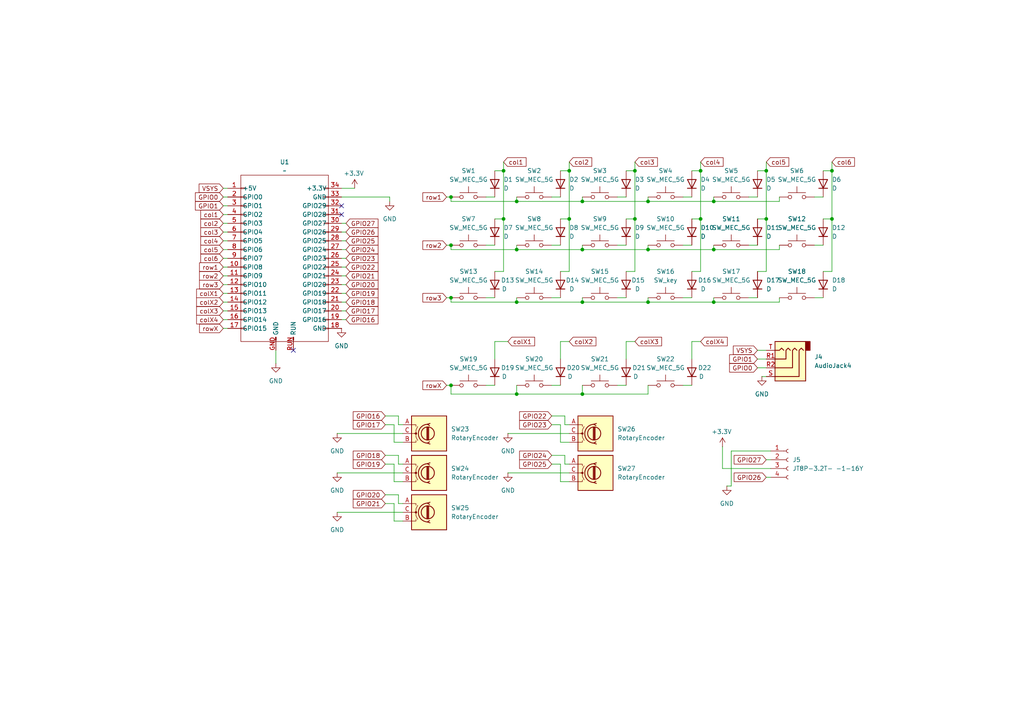
<source format=kicad_sch>
(kicad_sch (version 20250114) (generator "eeschema") (generator_version "9.0")
  (paper "A4")
  (title_block (title "Split Keyboard with RP2040 (Left)") (company "Watson9109") (comment 1 "Make sure R3 and R4 are close to RP2040") (comment 2 "Make sure C13 is close to pin 45 of RP2040") (comment 3 "uses 104048 in Akizuki as a Joystick "))
  (lib_symbols
    (symbol "ABLS-12.000MHZ-B4-T:AE-RP2040"
      (property "Reference" "U" (at 0 20.066 0))
      (symbol "AE-RP2040_1_1"
        (pin passive line (at -16.51 20.32 0) (length 3.81) (name "+5V") (number "1"))
        (pin passive line (at -16.51 17.78 0) (length 3.81) (name "GPIO0") (number "2"))
        (pin passive line (at -16.51 15.24 0) (length 3.81) (name "GPIO1") (number "3"))
        (pin passive line (at -16.51 12.7 0) (length 3.81) (name "GPIO2") (number "4"))
        (pin passive line (at -16.51 10.16 0) (length 3.81) (name "GPIO3") (number "5"))
        (pin passive line (at -16.51 7.62 0) (length 3.81) (name "GPIO4") (number "6"))
        (pin passive line (at -16.51 5.08 0) (length 3.81) (name "GPIO5") (number "7"))
        (pin passive line (at -16.51 2.54 0) (length 3.81) (name "GPIO6") (number "8"))
        (pin passive line (at -16.51 0 0) (length 3.81) (name "GPIO7") (number "9"))
        (pin passive line (at -16.51 -2.54 0) (length 3.81) (name "GPIO8") (number "10"))
        (pin passive line (at -16.51 -5.08 0) (length 3.81) (name "GPIO9") (number "11"))
        (pin passive line (at -16.51 -7.62 0) (length 3.81) (name "GPIO10") (number "12"))
        (pin passive line (at -16.51 -10.16 0) (length 3.81) (name "GPIO11") (number "13"))
        (pin passive line (at -16.51 -12.7 0) (length 3.81) (name "GPIO12") (number "14"))
        (pin passive line (at -16.51 -15.24 0) (length 3.81) (name "GPIO13") (number "15"))
        (pin passive line (at -16.51 -17.78 0) (length 3.81) (name "GPIO14") (number "16"))
        (pin passive line (at -16.51 -20.32 0) (length 3.81) (name "GPIO15") (number "17"))
        (pin passive line (at -2.54 -26.67 90) (length 3.81) (name "GND") (number "GND"))
        (pin passive line (at 2.54 -26.67 90) (length 3.81) (name "RUN") (number "RUN"))
        (pin passive line (at 16.51 20.32 180) (length 3.81) (name "+3.3V") (number "34"))
        (pin passive line (at 16.51 17.78 180) (length 3.81) (name "GND") (number "33"))
        (pin passive line (at 16.51 15.24 180) (length 3.81) (name "GPIO29") (number "32"))
        (pin passive line (at 16.51 12.7 180) (length 3.81) (name "GPIO28") (number "31"))
        (pin passive line (at 16.51 10.16 180) (length 3.81) (name "GPIO27") (number "30"))
        (pin passive line (at 16.51 7.62 180) (length 3.81) (name "GPIO26") (number "29"))
        (pin passive line (at 16.51 5.08 180) (length 3.81) (name "GPIO25") (number "28"))
        (pin passive line (at 16.51 2.54 180) (length 3.81) (name "GPIO24") (number "27"))
        (pin passive line (at 16.51 0 180) (length 3.81) (name "GPIO23") (number "26"))
        (pin passive line (at 16.51 -2.54 180) (length 3.81) (name "GPIO22") (number "25"))
        (pin passive line (at 16.51 -5.08 180) (length 3.81) (name "GPIO21") (number "24"))
        (pin passive line (at 16.51 -7.62 180) (length 3.81) (name "GPIO20") (number "23"))
        (pin passive line (at 16.51 -10.16 180) (length 3.81) (name "GPIO19") (number "22"))
        (pin passive line (at 16.51 -12.7 180) (length 3.81) (name "GPIO18") (number "21"))
        (pin passive line (at 16.51 -15.24 180) (length 3.81) (name "GPIO17") (number "20"))
        (pin passive line (at 16.51 -17.78 180) (length 3.81) (name "GPIO16") (number "19"))
        (pin passive line (at 16.51 -20.32 180) (length 3.81) (name "GND") (number "18"))
      )
    )
    (symbol "Connector:Conn_01x04_Socket" (pin_names (offset 1.016) (hide yes))
      (property "Reference" "J" (at 0 5.08 0))
      (property "Value" "Conn_01x04_Socket" (at 0 -7.62 0))
      (symbol "Conn_01x04_Socket_1_1"
        (pin passive line (at -5.08 2.54 0) (length 3.81) (name "Pin_1") (number "1"))
        (pin passive line (at -5.08 0 0) (length 3.81) (name "Pin_2") (number "2"))
        (pin passive line (at -5.08 -2.54 0) (length 3.81) (name "Pin_3") (number "3"))
        (pin passive line (at -5.08 -5.08 0) (length 3.81) (name "Pin_4") (number "4"))
      )
    )
    (symbol "Connector_Audio:AudioJack4"
      (property "Reference" "J" (at 0 8.89 0))
      (property "Value" "AudioJack4" (at 0 6.35 0))
      (symbol "AudioJack4_1_1"
        (pin passive line (at 5.08 2.54 180) (length 2.54) (name "~") (number "S"))
        (pin passive line (at 5.08 0 180) (length 2.54) (name "~") (number "R2"))
        (pin passive line (at 5.08 -2.54 180) (length 2.54) (name "~") (number "R1"))
        (pin passive line (at 5.08 -5.08 180) (length 2.54) (name "~") (number "T"))
      )
    )
    (symbol "Device:D" (pin_numbers (hide yes)) (pin_names (offset 1.016) (hide yes))
      (property "Reference" "D" (at 0 2.54 0))
      (property "Value" "D" (at 0 -2.54 0))
      (symbol "D_1_1"
        (pin passive line (at -3.81 0 0) (length 2.54) (name "K") (number "1"))
        (pin passive line (at 3.81 0 180) (length 2.54) (name "A") (number "2"))
      )
    )
    (symbol "Device:RotaryEncoder" (pin_names (offset 0.254) (hide yes))
      (property "Reference" "SW" (at 0 6.604 0))
      (property "Value" "RotaryEncoder" (at 0 -6.604 0))
      (symbol "RotaryEncoder_1_1"
        (pin passive line (at -7.62 2.54 0) (length 2.54) (name "A") (number "A"))
        (pin passive line (at -7.62 0 0) (length 2.54) (name "C") (number "C"))
        (pin passive line (at -7.62 -2.54 0) (length 2.54) (name "B") (number "B"))
      )
    )
    (symbol "SW_MEC_5G_1" (pin_numbers (hide yes)) (pin_names (offset 1.016) (hide yes))
      (property "Reference" "SW16" (at 0 7.62 0))
      (property "Value" "SW_MEC_5G" (at 0 5.08 0))
      (symbol "SW_MEC_5G_1_0_1"
        (pin passive line (at -5.08 0 0) (length 2.54) (name "A") (number "1"))
        (pin passive line (at 5.08 0 180) (length 2.54) (name "B") (number "2"))
      )
    )
    (symbol "power:+3.3V" (power) (pin_numbers (hide yes)) (pin_names (offset 0) (hide yes))
      (property "Value" "+3.3V" (at 0 3.556 0))
      (symbol "+3.3V_1_1"
        (pin power_in line (at 0 0 90) (length 0) (name "~") (number "1"))
      )
    )
    (symbol "power:GND" (power) (pin_numbers (hide yes)) (pin_names (offset 0) (hide yes))
      (property "Value" "GND" (at 0 -3.81 0))
      (symbol "GND_1_1"
        (pin power_in line (at 0 0 270) (length 0) (name "~") (number "1"))
      )
    )
    (symbol "sw_key:SW_MEC_5G_1" (pin_numbers (hide yes)) (pin_names (offset 1.016) (hide yes))
      (property "Reference" "SW16" (at 0 7.62 0))
      (property "Value" "SW_key" (at 0 5.08 0))
      (symbol "SW_MEC_5G_1_0_1"
        (pin passive line (at -5.08 0 0) (length 2.54) (name "A") (number "1"))
        (pin passive line (at 5.08 0 180) (length 2.54) (name "B") (number "2"))
      )
    )
  )
  (junction (at 149.86 114.3))
  (junction (at 184.15 49.53))
  (junction (at 184.15 63.5))
  (junction (at 222.25 49.53))
  (junction (at 146.05 63.5))
  (junction (at 241.3 49.53))
  (junction (at 168.91 72.39))
  (junction (at 149.86 58.42))
  (junction (at 130.81 57.15))
  (junction (at 130.81 86.36))
  (junction (at 168.91 58.42))
  (junction (at 222.25 63.5))
  (junction (at 168.91 114.3))
  (junction (at 187.96 87.63))
  (junction (at 241.3 63.5))
  (junction (at 207.01 72.39))
  (junction (at 203.2 63.5))
  (junction (at 168.91 87.63))
  (junction (at 187.96 72.39))
  (junction (at 149.86 87.63))
  (junction (at 187.96 58.42))
  (junction (at 203.2 49.53))
  (junction (at 207.01 87.63))
  (junction (at 165.1 49.53))
  (junction (at 130.81 71.12))
  (junction (at 146.05 49.53))
  (junction (at 130.81 111.76))
  (junction (at 207.01 58.42))
  (junction (at 165.1 63.5))
  (junction (at 149.86 72.39))
  (no_connect (at 99.06 59.69))
  (no_connect (at 99.06 62.23))
  (no_connect (at 85.09 101.6))
  (wire (pts (xy 140.97 111.76) (xy 143.51 111.76)))
  (wire (pts (xy 187.96 58.42) (xy 187.96 57.15)))
  (wire (pts (xy 184.15 46.99) (xy 184.15 49.53)))
  (wire (pts (xy 212.09 130.81) (xy 212.09 140.97)))
  (wire (pts (xy 198.12 86.36) (xy 200.66 86.36)))
  (wire (pts (xy 114.3 151.13) (xy 116.84 151.13)))
  (wire (pts (xy 64.77 95.25) (xy 66.04 95.25)))
  (wire (pts (xy 187.96 71.12) (xy 187.96 72.39)))
  (wire (pts (xy 238.76 78.74) (xy 241.3 78.74)))
  (wire (pts (xy 149.86 72.39) (xy 168.91 72.39)))
  (wire (pts (xy 114.3 146.05) (xy 114.3 151.13)))
  (wire (pts (xy 146.05 49.53) (xy 146.05 63.5)))
  (wire (pts (xy 165.1 78.74) (xy 165.1 63.5)))
  (wire (pts (xy 168.91 114.3) (xy 149.86 114.3)))
  (wire (pts (xy 115.57 146.05) (xy 115.57 143.51)))
  (wire (pts (xy 129.54 57.15) (xy 130.81 57.15)))
  (wire (pts (xy 217.17 71.12) (xy 219.71 71.12)))
  (wire (pts (xy 160.02 134.62) (xy 162.56 134.62)))
  (wire (pts (xy 162.56 134.62) (xy 162.56 139.7)))
  (wire (pts (xy 241.3 49.53) (xy 238.76 49.53)))
  (wire (pts (xy 99.06 64.77) (xy 100.33 64.77)))
  (wire (pts (xy 203.2 78.74) (xy 203.2 63.5)))
  (wire (pts (xy 97.79 125.73) (xy 116.84 125.73)))
  (wire (pts (xy 149.86 86.36) (xy 149.86 87.63)))
  (wire (pts (xy 179.07 86.36) (xy 181.61 86.36)))
  (wire (pts (xy 187.96 87.63) (xy 187.96 86.36)))
  (wire (pts (xy 64.77 62.23) (xy 66.04 62.23)))
  (wire (pts (xy 115.57 134.62) (xy 115.57 132.08)))
  (wire (pts (xy 163.83 134.62) (xy 163.83 132.08)))
  (wire (pts (xy 222.25 49.53) (xy 219.71 49.53)))
  (wire (pts (xy 163.83 120.65) (xy 160.02 120.65)))
  (wire (pts (xy 64.77 92.71) (xy 66.04 92.71)))
  (wire (pts (xy 111.76 134.62) (xy 114.3 134.62)))
  (wire (pts (xy 223.52 130.81) (xy 212.09 130.81)))
  (wire (pts (xy 130.81 58.42) (xy 149.86 58.42)))
  (wire (pts (xy 217.17 57.15) (xy 219.71 57.15)))
  (wire (pts (xy 236.22 71.12) (xy 238.76 71.12)))
  (wire (pts (xy 149.86 114.3) (xy 130.81 114.3)))
  (wire (pts (xy 207.01 58.42) (xy 207.01 57.15)))
  (wire (pts (xy 160.02 57.15) (xy 162.56 57.15)))
  (wire (pts (xy 163.83 123.19) (xy 163.83 120.65)))
  (wire (pts (xy 149.86 71.12) (xy 149.86 72.39)))
  (wire (pts (xy 149.86 57.15) (xy 149.86 58.42)))
  (wire (pts (xy 115.57 132.08) (xy 111.76 132.08)))
  (wire (pts (xy 187.96 114.3) (xy 168.91 114.3)))
  (wire (pts (xy 219.71 101.6) (xy 222.25 101.6)))
  (wire (pts (xy 219.71 78.74) (xy 222.25 78.74)))
  (wire (pts (xy 162.56 99.06) (xy 165.1 99.06)))
  (wire (pts (xy 184.15 78.74) (xy 181.61 78.74)))
  (wire (pts (xy 187.96 58.42) (xy 207.01 58.42)))
  (wire (pts (xy 226.06 86.36) (xy 226.06 87.63)))
  (wire (pts (xy 181.61 104.14) (xy 181.61 99.06)))
  (wire (pts (xy 165.1 134.62) (xy 163.83 134.62)))
  (wire (pts (xy 99.06 72.39) (xy 100.33 72.39)))
  (wire (pts (xy 165.1 49.53) (xy 162.56 49.53)))
  (wire (pts (xy 203.2 49.53) (xy 200.66 49.53)))
  (wire (pts (xy 162.56 63.5) (xy 165.1 63.5)))
  (wire (pts (xy 179.07 71.12) (xy 181.61 71.12)))
  (wire (pts (xy 64.77 64.77) (xy 66.04 64.77)))
  (wire (pts (xy 168.91 86.36) (xy 168.91 87.63)))
  (wire (pts (xy 129.54 111.76) (xy 130.81 111.76)))
  (wire (pts (xy 99.06 87.63) (xy 100.33 87.63)))
  (wire (pts (xy 198.12 71.12) (xy 200.66 71.12)))
  (wire (pts (xy 200.66 104.14) (xy 200.66 99.06)))
  (wire (pts (xy 162.56 123.19) (xy 162.56 128.27)))
  (wire (pts (xy 165.1 46.99) (xy 165.1 49.53)))
  (wire (pts (xy 160.02 86.36) (xy 162.56 86.36)))
  (wire (pts (xy 99.06 77.47) (xy 100.33 77.47)))
  (wire (pts (xy 130.81 114.3) (xy 130.81 111.76)))
  (wire (pts (xy 97.79 137.16) (xy 116.84 137.16)))
  (wire (pts (xy 219.71 106.68) (xy 222.25 106.68)))
  (wire (pts (xy 99.06 90.17) (xy 100.33 90.17)))
  (wire (pts (xy 114.3 134.62) (xy 114.3 139.7)))
  (wire (pts (xy 99.06 82.55) (xy 100.33 82.55)))
  (wire (pts (xy 143.51 49.53) (xy 146.05 49.53)))
  (wire (pts (xy 168.91 57.15) (xy 168.91 58.42)))
  (wire (pts (xy 187.96 111.76) (xy 187.96 114.3)))
  (wire (pts (xy 64.77 85.09) (xy 66.04 85.09)))
  (wire (pts (xy 147.32 99.06) (xy 143.51 99.06)))
  (wire (pts (xy 64.77 69.85) (xy 66.04 69.85)))
  (wire (pts (xy 143.51 63.5) (xy 146.05 63.5)))
  (wire (pts (xy 222.25 133.35) (xy 223.52 133.35)))
  (wire (pts (xy 64.77 77.47) (xy 66.04 77.47)))
  (wire (pts (xy 116.84 123.19) (xy 115.57 123.19)))
  (wire (pts (xy 143.51 99.06) (xy 143.51 104.14)))
  (wire (pts (xy 149.86 111.76) (xy 149.86 114.3)))
  (wire (pts (xy 64.77 57.15) (xy 66.04 57.15)))
  (wire (pts (xy 219.71 104.14) (xy 222.25 104.14)))
  (wire (pts (xy 115.57 143.51) (xy 111.76 143.51)))
  (wire (pts (xy 64.77 54.61) (xy 66.04 54.61)))
  (wire (pts (xy 129.54 71.12) (xy 130.81 71.12)))
  (wire (pts (xy 212.09 140.97) (xy 210.82 140.97)))
  (wire (pts (xy 99.06 74.93) (xy 100.33 74.93)))
  (wire (pts (xy 200.66 99.06) (xy 203.2 99.06)))
  (wire (pts (xy 99.06 69.85) (xy 100.33 69.85)))
  (wire (pts (xy 226.06 72.39) (xy 207.01 72.39)))
  (wire (pts (xy 241.3 63.5) (xy 241.3 49.53)))
  (wire (pts (xy 222.25 138.43) (xy 223.52 138.43)))
  (wire (pts (xy 168.91 71.12) (xy 168.91 72.39)))
  (wire (pts (xy 114.3 128.27) (xy 116.84 128.27)))
  (wire (pts (xy 99.06 54.61) (xy 102.87 54.61)))
  (wire (pts (xy 130.81 87.63) (xy 149.86 87.63)))
  (wire (pts (xy 163.83 132.08) (xy 160.02 132.08)))
  (wire (pts (xy 241.3 46.99) (xy 241.3 49.53)))
  (wire (pts (xy 64.77 82.55) (xy 66.04 82.55)))
  (wire (pts (xy 80.01 101.6) (xy 80.01 105.41)))
  (wire (pts (xy 111.76 146.05) (xy 114.3 146.05)))
  (wire (pts (xy 99.06 92.71) (xy 100.33 92.71)))
  (wire (pts (xy 198.12 57.15) (xy 200.66 57.15)))
  (wire (pts (xy 114.3 139.7) (xy 116.84 139.7)))
  (wire (pts (xy 184.15 49.53) (xy 184.15 63.5)))
  (wire (pts (xy 226.06 87.63) (xy 207.01 87.63)))
  (wire (pts (xy 207.01 58.42) (xy 226.06 58.42)))
  (wire (pts (xy 203.2 46.99) (xy 203.2 49.53)))
  (wire (pts (xy 99.06 80.01) (xy 100.33 80.01)))
  (wire (pts (xy 64.77 74.93) (xy 66.04 74.93)))
  (wire (pts (xy 140.97 86.36) (xy 143.51 86.36)))
  (wire (pts (xy 207.01 71.12) (xy 207.01 72.39)))
  (wire (pts (xy 130.81 72.39) (xy 130.81 71.12)))
  (wire (pts (xy 187.96 72.39) (xy 207.01 72.39)))
  (wire (pts (xy 200.66 63.5) (xy 203.2 63.5)))
  (wire (pts (xy 160.02 71.12) (xy 162.56 71.12)))
  (wire (pts (xy 217.17 86.36) (xy 219.71 86.36)))
  (wire (pts (xy 64.77 87.63) (xy 66.04 87.63)))
  (wire (pts (xy 162.56 78.74) (xy 165.1 78.74)))
  (wire (pts (xy 140.97 71.12) (xy 143.51 71.12)))
  (wire (pts (xy 184.15 63.5) (xy 184.15 78.74)))
  (wire (pts (xy 129.54 86.36) (xy 130.81 86.36)))
  (wire (pts (xy 241.3 78.74) (xy 241.3 63.5)))
  (wire (pts (xy 114.3 123.19) (xy 114.3 128.27)))
  (wire (pts (xy 130.81 57.15) (xy 130.81 58.42)))
  (wire (pts (xy 115.57 120.65) (xy 111.76 120.65)))
  (wire (pts (xy 200.66 78.74) (xy 203.2 78.74)))
  (wire (pts (xy 222.25 63.5) (xy 222.25 49.53)))
  (wire (pts (xy 207.01 87.63) (xy 207.01 86.36)))
  (wire (pts (xy 64.77 67.31) (xy 66.04 67.31)))
  (wire (pts (xy 181.61 63.5) (xy 184.15 63.5)))
  (wire (pts (xy 160.02 123.19) (xy 162.56 123.19)))
  (wire (pts (xy 64.77 80.01) (xy 66.04 80.01)))
  (wire (pts (xy 160.02 111.76) (xy 162.56 111.76)))
  (wire (pts (xy 113.03 57.15) (xy 113.03 58.42)))
  (wire (pts (xy 116.84 134.62) (xy 115.57 134.62)))
  (wire (pts (xy 116.84 146.05) (xy 115.57 146.05)))
  (wire (pts (xy 97.79 148.59) (xy 116.84 148.59)))
  (wire (pts (xy 179.07 111.76) (xy 181.61 111.76)))
  (wire (pts (xy 168.91 72.39) (xy 187.96 72.39)))
  (wire (pts (xy 179.07 57.15) (xy 181.61 57.15)))
  (wire (pts (xy 226.06 71.12) (xy 226.06 72.39)))
  (wire (pts (xy 222.25 78.74) (xy 222.25 63.5)))
  (wire (pts (xy 149.86 58.42) (xy 168.91 58.42)))
  (wire (pts (xy 220.98 109.22) (xy 222.25 109.22)))
  (wire (pts (xy 99.06 85.09) (xy 100.33 85.09)))
  (wire (pts (xy 162.56 128.27) (xy 165.1 128.27)))
  (wire (pts (xy 162.56 104.14) (xy 162.56 99.06)))
  (wire (pts (xy 64.77 90.17) (xy 66.04 90.17)))
  (wire (pts (xy 111.76 123.19) (xy 114.3 123.19)))
  (wire (pts (xy 168.91 87.63) (xy 187.96 87.63)))
  (wire (pts (xy 226.06 57.15) (xy 226.06 58.42)))
  (wire (pts (xy 209.55 129.54) (xy 209.55 135.89)))
  (wire (pts (xy 165.1 123.19) (xy 163.83 123.19)))
  (wire (pts (xy 115.57 123.19) (xy 115.57 120.65)))
  (wire (pts (xy 149.86 72.39) (xy 130.81 72.39)))
  (wire (pts (xy 181.61 49.53) (xy 184.15 49.53)))
  (wire (pts (xy 64.77 72.39) (xy 66.04 72.39)))
  (wire (pts (xy 219.71 63.5) (xy 222.25 63.5)))
  (wire (pts (xy 146.05 78.74) (xy 146.05 63.5)))
  (wire (pts (xy 209.55 135.89) (xy 223.52 135.89)))
  (wire (pts (xy 236.22 86.36) (xy 238.76 86.36)))
  (wire (pts (xy 198.12 111.76) (xy 200.66 111.76)))
  (wire (pts (xy 99.06 57.15) (xy 113.03 57.15)))
  (wire (pts (xy 146.05 46.99) (xy 146.05 49.53)))
  (wire (pts (xy 187.96 87.63) (xy 207.01 87.63)))
  (wire (pts (xy 168.91 58.42) (xy 187.96 58.42)))
  (wire (pts (xy 147.32 137.16) (xy 165.1 137.16)))
  (wire (pts (xy 149.86 87.63) (xy 168.91 87.63)))
  (wire (pts (xy 168.91 111.76) (xy 168.91 114.3)))
  (wire (pts (xy 130.81 86.36) (xy 130.81 87.63)))
  (wire (pts (xy 147.32 125.73) (xy 165.1 125.73)))
  (wire (pts (xy 238.76 63.5) (xy 241.3 63.5)))
  (wire (pts (xy 143.51 78.74) (xy 146.05 78.74)))
  (wire (pts (xy 64.77 59.69) (xy 66.04 59.69)))
  (wire (pts (xy 181.61 99.06) (xy 184.15 99.06)))
  (wire (pts (xy 236.22 57.15) (xy 238.76 57.15)))
  (wire (pts (xy 165.1 63.5) (xy 165.1 49.53)))
  (wire (pts (xy 99.06 67.31) (xy 100.33 67.31)))
  (wire (pts (xy 162.56 139.7) (xy 165.1 139.7)))
  (wire (pts (xy 140.97 57.15) (xy 143.51 57.15)))
  (wire (pts (xy 203.2 63.5) (xy 203.2 49.53)))
  (wire (pts (xy 222.25 46.99) (xy 222.25 49.53)))
  (global_label "GPIO16" (shape input) (at 100.33 92.71 0) (property "Intersheetrefs" "${INTERSHEET_REFS}" (effects (hide yes))))
  (global_label "GPIO21" (shape input) (at 100.33 80.01 0) (property "Intersheetrefs" "${INTERSHEET_REFS}" (effects (hide yes))))
  (global_label "row1" (shape input) (at 64.77 77.47 180) (property "Intersheetrefs" "${INTERSHEET_REFS}" (effects (hide yes))))
  (global_label "GPIO20" (shape input) (at 100.33 82.55 0) (property "Intersheetrefs" "${INTERSHEET_REFS}" (effects (hide yes))))
  (global_label "row1" (shape input) (at 129.54 57.15 180) (property "Intersheetrefs" "${INTERSHEET_REFS}" (effects (hide yes))))
  (global_label "colX3" (shape input) (at 184.15 99.06 0) (property "Intersheetrefs" "${INTERSHEET_REFS}" (effects (hide yes))))
  (global_label "colX2" (shape input) (at 64.77 87.63 180) (property "Intersheetrefs" "${INTERSHEET_REFS}" (effects (hide yes))))
  (global_label "GPIO0" (shape input) (at 64.77 57.15 180) (property "Intersheetrefs" "${INTERSHEET_REFS}" (effects (hide yes))))
  (global_label "col4" (shape input) (at 64.77 69.85 180) (property "Intersheetrefs" "${INTERSHEET_REFS}" (effects (hide yes))))
  (global_label "col1" (shape input) (at 146.05 46.99 0) (property "Intersheetrefs" "${INTERSHEET_REFS}" (effects (hide yes))))
  (global_label "GPIO26" (shape input) (at 222.25 138.43 180) (property "Intersheetrefs" "${INTERSHEET_REFS}" (effects (hide yes))))
  (global_label "GPIO23" (shape input) (at 160.02 123.19 180) (property "Intersheetrefs" "${INTERSHEET_REFS}" (effects (hide yes))))
  (global_label "colX1" (shape input) (at 147.32 99.06 0) (property "Intersheetrefs" "${INTERSHEET_REFS}" (effects (hide yes))))
  (global_label "col2" (shape input) (at 165.1 46.99 0) (property "Intersheetrefs" "${INTERSHEET_REFS}" (effects (hide yes))))
  (global_label "GPIO27" (shape input) (at 100.33 64.77 0) (property "Intersheetrefs" "${INTERSHEET_REFS}" (effects (hide yes))))
  (global_label "GPIO18" (shape input) (at 100.33 87.63 0) (property "Intersheetrefs" "${INTERSHEET_REFS}" (effects (hide yes))))
  (global_label "col3" (shape input) (at 64.77 67.31 180) (property "Intersheetrefs" "${INTERSHEET_REFS}" (effects (hide yes))))
  (global_label "GPIO24" (shape input) (at 100.33 72.39 0) (property "Intersheetrefs" "${INTERSHEET_REFS}" (effects (hide yes))))
  (global_label "col5" (shape input) (at 222.25 46.99 0) (property "Intersheetrefs" "${INTERSHEET_REFS}" (effects (hide yes))))
  (global_label "GPIO17" (shape input) (at 111.76 123.19 180) (property "Intersheetrefs" "${INTERSHEET_REFS}" (effects (hide yes))))
  (global_label "GPIO25" (shape input) (at 100.33 69.85 0) (property "Intersheetrefs" "${INTERSHEET_REFS}" (effects (hide yes))))
  (global_label "GPIO0" (shape input) (at 219.71 106.68 180) (property "Intersheetrefs" "${INTERSHEET_REFS}" (effects (hide yes))))
  (global_label "GPIO17" (shape input) (at 100.33 90.17 0) (property "Intersheetrefs" "${INTERSHEET_REFS}" (effects (hide yes))))
  (global_label "GPIO22" (shape input) (at 160.02 120.65 180) (property "Intersheetrefs" "${INTERSHEET_REFS}" (effects (hide yes))))
  (global_label "rowX" (shape input) (at 129.54 111.76 180) (property "Intersheetrefs" "${INTERSHEET_REFS}" (effects (hide yes))))
  (global_label "VSYS" (shape input) (at 219.71 101.6 180) (property "Intersheetrefs" "${INTERSHEET_REFS}" (effects (hide yes))))
  (global_label "GPIO26" (shape input) (at 100.33 67.31 0) (property "Intersheetrefs" "${INTERSHEET_REFS}" (effects (hide yes))))
  (global_label "GPIO19" (shape input) (at 111.76 134.62 180) (property "Intersheetrefs" "${INTERSHEET_REFS}" (effects (hide yes))))
  (global_label "GPIO25" (shape input) (at 160.02 134.62 180) (property "Intersheetrefs" "${INTERSHEET_REFS}" (effects (hide yes))))
  (global_label "row2" (shape input) (at 129.54 71.12 180) (property "Intersheetrefs" "${INTERSHEET_REFS}" (effects (hide yes))))
  (global_label "col6" (shape input) (at 241.3 46.99 0) (property "Intersheetrefs" "${INTERSHEET_REFS}" (effects (hide yes))))
  (global_label "colX4" (shape input) (at 64.77 92.71 180) (property "Intersheetrefs" "${INTERSHEET_REFS}" (effects (hide yes))))
  (global_label "GPIO20" (shape input) (at 111.76 143.51 180) (property "Intersheetrefs" "${INTERSHEET_REFS}" (effects (hide yes))))
  (global_label "VSYS" (shape input) (at 64.77 54.61 180) (property "Intersheetrefs" "${INTERSHEET_REFS}" (effects (hide yes))))
  (global_label "col4" (shape input) (at 203.2 46.99 0) (property "Intersheetrefs" "${INTERSHEET_REFS}" (effects (hide yes))))
  (global_label "col2" (shape input) (at 64.77 64.77 180) (property "Intersheetrefs" "${INTERSHEET_REFS}" (effects (hide yes))))
  (global_label "colX2" (shape input) (at 165.1 99.06 0) (property "Intersheetrefs" "${INTERSHEET_REFS}" (effects (hide yes))))
  (global_label "col3" (shape input) (at 184.15 46.99 0) (property "Intersheetrefs" "${INTERSHEET_REFS}" (effects (hide yes))))
  (global_label "GPIO1" (shape input) (at 64.77 59.69 180) (property "Intersheetrefs" "${INTERSHEET_REFS}" (effects (hide yes))))
  (global_label "col5" (shape input) (at 64.77 72.39 180) (property "Intersheetrefs" "${INTERSHEET_REFS}" (effects (hide yes))))
  (global_label "colX4" (shape input) (at 203.2 99.06 0) (property "Intersheetrefs" "${INTERSHEET_REFS}" (effects (hide yes))))
  (global_label "col6" (shape input) (at 64.77 74.93 180) (property "Intersheetrefs" "${INTERSHEET_REFS}" (effects (hide yes))))
  (global_label "row3" (shape input) (at 129.54 86.36 180) (property "Intersheetrefs" "${INTERSHEET_REFS}" (effects (hide yes))))
  (global_label "GPIO18" (shape input) (at 111.76 132.08 180) (property "Intersheetrefs" "${INTERSHEET_REFS}" (effects (hide yes))))
  (global_label "row2" (shape input) (at 64.77 80.01 180) (property "Intersheetrefs" "${INTERSHEET_REFS}" (effects (hide yes))))
  (global_label "colX1" (shape input) (at 64.77 85.09 180) (property "Intersheetrefs" "${INTERSHEET_REFS}" (effects (hide yes))))
  (global_label "GPIO27" (shape input) (at 222.25 133.35 180) (property "Intersheetrefs" "${INTERSHEET_REFS}" (effects (hide yes))))
  (global_label "colX3" (shape input) (at 64.77 90.17 180) (property "Intersheetrefs" "${INTERSHEET_REFS}" (effects (hide yes))))
  (global_label "GPIO16" (shape input) (at 111.76 120.65 180) (property "Intersheetrefs" "${INTERSHEET_REFS}" (effects (hide yes))))
  (global_label "rowX" (shape input) (at 64.77 95.25 180) (property "Intersheetrefs" "${INTERSHEET_REFS}" (effects (hide yes))))
  (global_label "GPIO23" (shape input) (at 100.33 74.93 0) (property "Intersheetrefs" "${INTERSHEET_REFS}" (effects (hide yes))))
  (global_label "GPIO19" (shape input) (at 100.33 85.09 0) (property "Intersheetrefs" "${INTERSHEET_REFS}" (effects (hide yes))))
  (global_label "GPIO22" (shape input) (at 100.33 77.47 0) (property "Intersheetrefs" "${INTERSHEET_REFS}" (effects (hide yes))))
  (global_label "col1" (shape input) (at 64.77 62.23 180) (property "Intersheetrefs" "${INTERSHEET_REFS}" (effects (hide yes))))
  (global_label "GPIO1" (shape input) (at 219.71 104.14 180) (property "Intersheetrefs" "${INTERSHEET_REFS}" (effects (hide yes))))
  (global_label "GPIO24" (shape input) (at 160.02 132.08 180) (property "Intersheetrefs" "${INTERSHEET_REFS}" (effects (hide yes))))
  (global_label "GPIO21" (shape input) (at 111.76 146.05 180) (property "Intersheetrefs" "${INTERSHEET_REFS}" (effects (hide yes))))
  (global_label "row3" (shape input) (at 64.77 82.55 180) (property "Intersheetrefs" "${INTERSHEET_REFS}" (effects (hide yes))))
  (symbol (lib_id "Device:D") (at 200.66 67.31 90) (unit 1)
    (property "Reference" "D10" (at 203.2 66.0399 90) (effects (justify right)))
    (property "Value" "D" (at 203.2 68.5799 90) (effects (justify right)))
    (property "Footprint" "Diode_THT:D_DO-35_SOD27_P7.62mm_Horizontal" (effects (hide yes)))
    (property "Description" "Diode" (effects (hide yes)))
    (property "Sim.Device" "D" (effects (hide yes)))
    (property "Sim.Pins" "1=K 2=A" (effects (hide yes)))
  )
  (symbol (lib_id "Connector_Audio:AudioJack4") (at 227.33 106.68 180) (unit 1)
    (property "Reference" "J4" (at 236.22 103.5049 0) (effects (justify right)))
    (property "Value" "AudioJack4" (at 236.22 106.0449 0) (effects (justify right)))
    (property "Footprint" "footprint:MJ-4PP-9" (effects (hide yes)))
    (property "Description" "Audio Jack, 4 Poles (TRRS)" (effects (hide yes)))
  )
  (symbol (lib_id "Device:D") (at 200.66 107.95 90) (unit 1)
    (property "Reference" "D22" (at 202.438 106.68 90) (effects (justify right)))
    (property "Value" "D" (at 202.692 109.22 90) (effects (justify right)))
    (property "Footprint" "Diode_THT:D_DO-35_SOD27_P7.62mm_Horizontal" (effects (hide yes)))
    (property "Description" "Diode" (effects (hide yes)))
    (property "Sim.Device" "D" (effects (hide yes)))
    (property "Sim.Pins" "1=K 2=A" (effects (hide yes)))
  )
  (symbol (lib_id "power:GND") (at 210.82 140.97 0) (unit 1)
    (property "Reference" "#PWR025" (effects (hide yes)))
    (property "Value" "GND" (at 210.82 146.05 0))
    (property "Description" "Power symbol creates a global label with name \"GND\" , ground" (effects (hide yes)))
  )
  (symbol (lib_id "Device:RotaryEncoder") (at 124.46 137.16 0) (unit 1)
    (property "Reference" "SW24" (at 130.81 135.8899 0) (effects (justify left)))
    (property "Value" "RotaryEncoder" (at 130.81 138.4299 0) (effects (justify left)))
    (property "Footprint" "Rotary_Encoder:RotaryEncoder_Alps_EC12E_Vertical_H20mm_CircularMountingHoles" (effects (hide yes)))
    (property "Description" "Rotary encoder, dual channel, incremental quadrate outputs" (effects (hide yes)))
  )
  (symbol (lib_id "Device:D") (at 219.71 82.55 90) (unit 1)
    (property "Reference" "D17" (at 222.25 81.2799 90) (effects (justify right)))
    (property "Value" "D" (at 222.25 83.8199 90) (effects (justify right)))
    (property "Footprint" "Diode_THT:D_DO-35_SOD27_P7.62mm_Horizontal" (effects (hide yes)))
    (property "Description" "Diode" (effects (hide yes)))
    (property "Sim.Device" "D" (effects (hide yes)))
    (property "Sim.Pins" "1=K 2=A" (effects (hide yes)))
  )
  (symbol (lib_id "power:GND") (at 97.79 137.16 0) (unit 1)
    (property "Reference" "#PWR029" (effects (hide yes)))
    (property "Value" "GND" (at 97.79 142.24 0))
    (property "Description" "Power symbol creates a global label with name \"GND\" , ground" (effects (hide yes)))
  )
  (symbol (lib_id "sw_key:SW_MEC_5G_1") (at 231.14 71.12 0) (unit 1)
    (property "Reference" "SW12" (at 231.14 63.5 0))
    (property "Value" "SW_MEC_5G" (at 231.14 66.04 0))
    (property "Footprint" "Button_Switch_Keyboard:SW_Cherry_MX_1.00u_PCB" (effects (hide yes)))
    (property "Datasheet" "http://www.apem.com/int/index.php?controller=attachment&id_attachment=488" (effects (hide yes)))
    (property "Description" "MEC 5G single pole normally-open tactile switch" (effects (hide yes)))
  )
  (symbol (lib_id "sw_key:SW_MEC_5G_1") (at 135.89 111.76 0) (unit 1)
    (property "Reference" "SW19" (at 135.89 104.14 0))
    (property "Value" "SW_MEC_5G" (at 135.89 106.68 0))
    (property "Footprint" "Button_Switch_Keyboard:SW_Cherry_MX_1.00u_PCB" (effects (hide yes)))
    (property "Datasheet" "http://www.apem.com/int/index.php?controller=attachment&id_attachment=488" (effects (hide yes)))
    (property "Description" "MEC 5G single pole normally-open tactile switch" (effects (hide yes)))
  )
  (symbol (lib_id "power:+3.3V") (at 102.87 54.61 0) (unit 1)
    (property "Reference" "#PWR026" (effects (hide yes)))
    (property "Value" "+3.3V" (at 102.616 50.292 0))
    (property "Description" "Power symbol creates a global label with name \"+3.3V\"" (effects (hide yes)))
  )
  (symbol (lib_id "sw_key:SW_MEC_5G_1") (at 193.04 71.12 0) (unit 1)
    (property "Reference" "SW10" (at 193.04 63.5 0))
    (property "Value" "SW_MEC_5G" (at 193.04 66.04 0))
    (property "Footprint" "Button_Switch_Keyboard:SW_Cherry_MX_1.00u_PCB" (effects (hide yes)))
    (property "Datasheet" "http://www.apem.com/int/index.php?controller=attachment&id_attachment=488" (effects (hide yes)))
    (property "Description" "MEC 5G single pole normally-open tactile switch" (effects (hide yes)))
  )
  (symbol (lib_id "Device:RotaryEncoder") (at 124.46 125.73 0) (unit 1)
    (property "Reference" "SW23" (at 130.81 124.4599 0) (effects (justify left)))
    (property "Value" "RotaryEncoder" (at 130.81 126.9999 0) (effects (justify left)))
    (property "Footprint" "Rotary_Encoder:RotaryEncoder_Alps_EC12E_Vertical_H20mm_CircularMountingHoles" (effects (hide yes)))
    (property "Description" "Rotary encoder, dual channel, incremental quadrate outputs" (effects (hide yes)))
  )
  (symbol (lib_id "Device:D") (at 162.56 82.55 90) (unit 1)
    (property "Reference" "D14" (at 164.084 81.28 90) (effects (justify right)))
    (property "Value" "D" (at 165.1 83.8199 90) (effects (justify right)))
    (property "Footprint" "Diode_THT:D_DO-35_SOD27_P7.62mm_Horizontal" (effects (hide yes)))
    (property "Description" "Diode" (effects (hide yes)))
    (property "Sim.Device" "D" (effects (hide yes)))
    (property "Sim.Pins" "1=K 2=A" (effects (hide yes)))
  )
  (symbol (lib_id "Device:D") (at 219.71 53.34 90) (unit 1)
    (property "Reference" "D5" (at 222.25 52.0699 90) (effects (justify right)))
    (property "Value" "D" (at 222.25 54.6099 90) (effects (justify right)))
    (property "Footprint" "Diode_THT:D_DO-35_SOD27_P7.62mm_Horizontal" (effects (hide yes)))
    (property "Description" "Diode" (effects (hide yes)))
    (property "Sim.Device" "D" (effects (hide yes)))
    (property "Sim.Pins" "1=K 2=A" (effects (hide yes)))
  )
  (symbol (lib_id "sw_key:SW_MEC_5G_1") (at 173.99 57.15 0) (unit 1)
    (property "Reference" "SW3" (at 173.99 49.53 0))
    (property "Value" "SW_MEC_5G" (at 173.99 52.07 0))
    (property "Footprint" "Button_Switch_Keyboard:SW_Cherry_MX_1.00u_PCB" (effects (hide yes)))
    (property "Datasheet" "http://www.apem.com/int/index.php?controller=attachment&id_attachment=488" (effects (hide yes)))
    (property "Description" "MEC 5G single pole normally-open tactile switch" (effects (hide yes)))
  )
  (symbol (lib_id "power:GND") (at 113.03 58.42 0) (unit 1)
    (property "Reference" "#PWR033" (effects (hide yes)))
    (property "Value" "GND" (at 113.03 63.5 0))
    (property "Description" "Power symbol creates a global label with name \"GND\" , ground" (effects (hide yes)))
  )
  (symbol (lib_id "Device:D") (at 219.71 67.31 90) (unit 1)
    (property "Reference" "D11" (at 222.25 66.0399 90) (effects (justify right)))
    (property "Value" "D" (at 222.25 68.5799 90) (effects (justify right)))
    (property "Footprint" "Diode_THT:D_DO-35_SOD27_P7.62mm_Horizontal" (effects (hide yes)))
    (property "Description" "Diode" (effects (hide yes)))
    (property "Sim.Device" "D" (effects (hide yes)))
    (property "Sim.Pins" "1=K 2=A" (effects (hide yes)))
  )
  (symbol (lib_name "SW_MEC_5G_1") (lib_id "Switch:SW_MEC_5G") (at 193.04 86.36 0) (unit 1)
    (property "Reference" "SW16" (at 193.04 78.74 0))
    (property "Value" "SW_key" (at 193.04 81.28 0))
    (property "Footprint" "Button_Switch_Keyboard:SW_Cherry_MX_1.00u_PCB" (effects (hide yes)))
    (property "Datasheet" "http://www.apem.com/int/index.php?controller=attachment&id_attachment=488" (effects (hide yes)))
    (property "Description" "MEC 5G single pole normally-open tactile switch" (effects (hide yes)))
  )
  (symbol (lib_id "sw_key:SW_MEC_5G_1") (at 173.99 111.76 0) (unit 1)
    (property "Reference" "SW21" (at 173.99 104.14 0))
    (property "Value" "SW_MEC_5G" (at 173.99 106.68 0))
    (property "Footprint" "Button_Switch_Keyboard:SW_Cherry_MX_1.00u_PCB" (effects (hide yes)))
    (property "Datasheet" "http://www.apem.com/int/index.php?controller=attachment&id_attachment=488" (effects (hide yes)))
    (property "Description" "MEC 5G single pole normally-open tactile switch" (effects (hide yes)))
  )
  (symbol (lib_id "sw_key:SW_MEC_5G_1") (at 154.94 71.12 0) (unit 1)
    (property "Reference" "SW8" (at 154.94 63.5 0))
    (property "Value" "SW_MEC_5G" (at 154.94 66.04 0))
    (property "Footprint" "Button_Switch_Keyboard:SW_Cherry_MX_1.00u_PCB" (effects (hide yes)))
    (property "Datasheet" "http://www.apem.com/int/index.php?controller=attachment&id_attachment=488" (effects (hide yes)))
    (property "Description" "MEC 5G single pole normally-open tactile switch" (effects (hide yes)))
  )
  (symbol (lib_id "Device:D") (at 181.61 67.31 90) (unit 1)
    (property "Reference" "D9" (at 184.15 66.0399 90) (effects (justify right)))
    (property "Value" "D" (at 184.15 68.5799 90) (effects (justify right)))
    (property "Footprint" "Diode_THT:D_DO-35_SOD27_P7.62mm_Horizontal" (effects (hide yes)))
    (property "Description" "Diode" (effects (hide yes)))
    (property "Sim.Device" "D" (effects (hide yes)))
    (property "Sim.Pins" "1=K 2=A" (effects (hide yes)))
  )
  (symbol (lib_id "sw_key:SW_MEC_5G_1") (at 212.09 57.15 0) (unit 1)
    (property "Reference" "SW5" (at 212.09 49.53 0))
    (property "Value" "SW_MEC_5G" (at 212.09 52.07 0))
    (property "Footprint" "Button_Switch_Keyboard:SW_Cherry_MX_1.00u_PCB" (effects (hide yes)))
    (property "Datasheet" "http://www.apem.com/int/index.php?controller=attachment&id_attachment=488" (effects (hide yes)))
    (property "Description" "MEC 5G single pole normally-open tactile switch" (effects (hide yes)))
  )
  (symbol (lib_id "Device:D") (at 200.66 53.34 90) (unit 1)
    (property "Reference" "D4" (at 203.2 52.0699 90) (effects (justify right)))
    (property "Value" "D" (at 203.2 54.6099 90) (effects (justify right)))
    (property "Footprint" "Diode_THT:D_DO-35_SOD27_P7.62mm_Horizontal" (effects (hide yes)))
    (property "Description" "Diode" (effects (hide yes)))
    (property "Sim.Device" "D" (effects (hide yes)))
    (property "Sim.Pins" "1=K 2=A" (effects (hide yes)))
  )
  (symbol (lib_id "sw_key:SW_MEC_5G_1") (at 173.99 71.12 0) (unit 1)
    (property "Reference" "SW9" (at 173.99 63.5 0))
    (property "Value" "SW_MEC_5G" (at 173.99 66.04 0))
    (property "Footprint" "Button_Switch_Keyboard:SW_Cherry_MX_1.00u_PCB" (effects (hide yes)))
    (property "Datasheet" "http://www.apem.com/int/index.php?controller=attachment&id_attachment=488" (effects (hide yes)))
    (property "Description" "MEC 5G single pole normally-open tactile switch" (effects (hide yes)))
  )
  (symbol (lib_id "power:GND") (at 80.01 105.41 0) (unit 1)
    (property "Reference" "#PWR027" (effects (hide yes)))
    (property "Value" "GND" (at 80.01 110.49 0))
    (property "Description" "Power symbol creates a global label with name \"GND\" , ground" (effects (hide yes)))
  )
  (symbol (lib_id "sw_key:SW_MEC_5G_1") (at 135.89 86.36 0) (unit 1)
    (property "Reference" "SW13" (at 135.89 78.74 0))
    (property "Value" "SW_MEC_5G" (at 135.89 81.28 0))
    (property "Footprint" "Button_Switch_Keyboard:SW_Cherry_MX_1.00u_PCB" (effects (hide yes)))
    (property "Datasheet" "http://www.apem.com/int/index.php?controller=attachment&id_attachment=488" (effects (hide yes)))
    (property "Description" "MEC 5G single pole normally-open tactile switch" (effects (hide yes)))
  )
  (symbol (lib_id "sw_key:SW_MEC_5G_1") (at 231.14 57.15 0) (unit 1)
    (property "Reference" "SW6" (at 231.14 49.53 0))
    (property "Value" "SW_MEC_5G" (at 231.14 52.07 0))
    (property "Footprint" "Button_Switch_Keyboard:SW_Cherry_MX_1.00u_PCB" (effects (hide yes)))
    (property "Datasheet" "http://www.apem.com/int/index.php?controller=attachment&id_attachment=488" (effects (hide yes)))
    (property "Description" "MEC 5G single pole normally-open tactile switch" (effects (hide yes)))
  )
  (symbol (lib_id "power:GND") (at 99.06 95.25 0) (unit 1)
    (property "Reference" "#PWR034" (effects (hide yes)))
    (property "Value" "GND" (at 99.06 100.33 0))
    (property "Description" "Power symbol creates a global label with name \"GND\" , ground" (effects (hide yes)))
  )
  (symbol (lib_id "Device:RotaryEncoder") (at 172.72 137.16 0) (unit 1)
    (property "Reference" "SW27" (at 179.07 135.8899 0) (effects (justify left)))
    (property "Value" "RotaryEncoder" (at 179.07 138.4299 0) (effects (justify left)))
    (property "Footprint" "Rotary_Encoder:RotaryEncoder_Alps_EC12E_Vertical_H20mm_CircularMountingHoles" (effects (hide yes)))
    (property "Description" "Rotary encoder, dual channel, incremental quadrate outputs" (effects (hide yes)))
  )
  (symbol (lib_id "Device:D") (at 181.61 82.55 90) (unit 1)
    (property "Reference" "D15" (at 183.134 81.28 90) (effects (justify right)))
    (property "Value" "D" (at 184.15 83.8199 90) (effects (justify right)))
    (property "Footprint" "Diode_THT:D_DO-35_SOD27_P7.62mm_Horizontal" (effects (hide yes)))
    (property "Description" "Diode" (effects (hide yes)))
    (property "Sim.Device" "D" (effects (hide yes)))
    (property "Sim.Pins" "1=K 2=A" (effects (hide yes)))
  )
  (symbol (lib_id "sw_key:SW_MEC_5G_1") (at 231.14 86.36 0) (unit 1)
    (property "Reference" "SW18" (at 231.14 78.74 0))
    (property "Value" "SW_MEC_5G" (at 231.14 81.28 0))
    (property "Footprint" "Button_Switch_Keyboard:SW_Cherry_MX_1.00u_PCB" (effects (hide yes)))
    (property "Datasheet" "http://www.apem.com/int/index.php?controller=attachment&id_attachment=488" (effects (hide yes)))
    (property "Description" "MEC 5G single pole normally-open tactile switch" (effects (hide yes)))
  )
  (symbol (lib_id "Device:D") (at 143.51 67.31 90) (unit 1)
    (property "Reference" "D7" (at 146.05 66.0399 90) (effects (justify right)))
    (property "Value" "D" (at 146.05 68.5799 90) (effects (justify right)))
    (property "Footprint" "Diode_THT:D_DO-35_SOD27_P7.62mm_Horizontal" (effects (hide yes)))
    (property "Description" "Diode" (effects (hide yes)))
    (property "Sim.Device" "D" (effects (hide yes)))
    (property "Sim.Pins" "1=K 2=A" (effects (hide yes)))
  )
  (symbol (lib_id "Device:RotaryEncoder") (at 124.46 148.59 0) (unit 1)
    (property "Reference" "SW25" (at 130.81 147.3199 0) (effects (justify left)))
    (property "Value" "RotaryEncoder" (at 130.81 149.8599 0) (effects (justify left)))
    (property "Footprint" "Rotary_Encoder:RotaryEncoder_Alps_EC12E_Vertical_H20mm_CircularMountingHoles" (effects (hide yes)))
    (property "Description" "Rotary encoder, dual channel, incremental quadrate outputs" (effects (hide yes)))
  )
  (symbol (lib_id "sw_key:SW_MEC_5G_1") (at 135.89 57.15 0) (unit 1)
    (property "Reference" "SW1" (at 135.89 49.53 0))
    (property "Value" "SW_MEC_5G" (at 135.89 52.07 0))
    (property "Footprint" "Button_Switch_Keyboard:SW_Cherry_MX_1.00u_PCB" (effects (hide yes)))
    (property "Datasheet" "http://www.apem.com/int/index.php?controller=attachment&id_attachment=488" (effects (hide yes)))
    (property "Description" "MEC 5G single pole normally-open tactile switch" (effects (hide yes)))
  )
  (symbol (lib_id "Device:D") (at 238.76 67.31 90) (unit 1)
    (property "Reference" "D12" (at 241.3 66.0399 90) (effects (justify right)))
    (property "Value" "D" (at 241.3 68.5799 90) (effects (justify right)))
    (property "Footprint" "Diode_THT:D_DO-35_SOD27_P7.62mm_Horizontal" (effects (hide yes)))
    (property "Description" "Diode" (effects (hide yes)))
    (property "Sim.Device" "D" (effects (hide yes)))
    (property "Sim.Pins" "1=K 2=A" (effects (hide yes)))
  )
  (symbol (lib_id "power:GND") (at 97.79 125.73 0) (unit 1)
    (property "Reference" "#PWR028" (effects (hide yes)))
    (property "Value" "GND" (at 97.79 130.81 0))
    (property "Description" "Power symbol creates a global label with name \"GND\" , ground" (effects (hide yes)))
  )
  (symbol (lib_id "Device:D") (at 143.51 107.95 90) (unit 1)
    (property "Reference" "D19" (at 145.288 106.68 90) (effects (justify right)))
    (property "Value" "D" (at 145.542 109.22 90) (effects (justify right)))
    (property "Footprint" "Diode_THT:D_DO-35_SOD27_P7.62mm_Horizontal" (effects (hide yes)))
    (property "Description" "Diode" (effects (hide yes)))
    (property "Sim.Device" "D" (effects (hide yes)))
    (property "Sim.Pins" "1=K 2=A" (effects (hide yes)))
  )
  (symbol (lib_id "sw_key:SW_MEC_5G_1") (at 193.04 57.15 0) (unit 1)
    (property "Reference" "SW4" (at 193.04 49.53 0))
    (property "Value" "SW_MEC_5G" (at 193.04 52.07 0))
    (property "Footprint" "Button_Switch_Keyboard:SW_Cherry_MX_1.00u_PCB" (effects (hide yes)))
    (property "Datasheet" "http://www.apem.com/int/index.php?controller=attachment&id_attachment=488" (effects (hide yes)))
    (property "Description" "MEC 5G single pole normally-open tactile switch" (effects (hide yes)))
  )
  (symbol (lib_id "Device:RotaryEncoder") (at 172.72 125.73 0) (unit 1)
    (property "Reference" "SW26" (at 179.07 124.4599 0) (effects (justify left)))
    (property "Value" "RotaryEncoder" (at 179.07 126.9999 0) (effects (justify left)))
    (property "Footprint" "Rotary_Encoder:RotaryEncoder_Alps_EC12E_Vertical_H20mm_CircularMountingHoles" (effects (hide yes)))
    (property "Description" "Rotary encoder, dual channel, incremental quadrate outputs" (effects (hide yes)))
  )
  (symbol (lib_id "sw_key:SW_MEC_5G_1") (at 212.09 71.12 0) (unit 1)
    (property "Reference" "SW11" (at 212.09 63.5 0))
    (property "Value" "SW_MEC_5G" (at 212.09 66.04 0))
    (property "Footprint" "Button_Switch_Keyboard:SW_Cherry_MX_1.00u_PCB" (effects (hide yes)))
    (property "Datasheet" "http://www.apem.com/int/index.php?controller=attachment&id_attachment=488" (effects (hide yes)))
    (property "Description" "MEC 5G single pole normally-open tactile switch" (effects (hide yes)))
  )
  (symbol (lib_id "Device:D") (at 143.51 53.34 90) (unit 1)
    (property "Reference" "D1" (at 146.05 52.0699 90) (effects (justify right)))
    (property "Value" "D" (at 146.05 54.6099 90) (effects (justify right)))
    (property "Footprint" "Diode_THT:D_DO-35_SOD27_P7.62mm_Horizontal" (effects (hide yes)))
    (property "Description" "Diode" (effects (hide yes)))
    (property "Sim.Device" "D" (effects (hide yes)))
    (property "Sim.Pins" "1=K 2=A" (effects (hide yes)))
  )
  (symbol (lib_id "Device:D") (at 238.76 53.34 90) (unit 1)
    (property "Reference" "D6" (at 241.3 52.0699 90) (effects (justify right)))
    (property "Value" "D" (at 241.3 54.6099 90) (effects (justify right)))
    (property "Footprint" "Diode_THT:D_DO-35_SOD27_P7.62mm_Horizontal" (effects (hide yes)))
    (property "Description" "Diode" (effects (hide yes)))
    (property "Sim.Device" "D" (effects (hide yes)))
    (property "Sim.Pins" "1=K 2=A" (effects (hide yes)))
  )
  (symbol (lib_id "ABLS-12.000MHZ-B4-T:AE-RP2040") (at 82.55 74.93 0) (unit 1)
    (property "Reference" "U1" (at 82.55 46.99 0))
    (property "Value" "~" (at 82.55 49.53 0))
    (property "Footprint" "footprint:AE-RP2040" (effects (hide yes)))
  )
  (symbol (lib_id "Device:D") (at 238.76 82.55 90) (unit 1)
    (property "Reference" "D18" (at 241.3 81.2799 90) (effects (justify right)))
    (property "Value" "D" (at 241.3 83.8199 90) (effects (justify right)))
    (property "Footprint" "Diode_THT:D_DO-35_SOD27_P7.62mm_Horizontal" (effects (hide yes)))
    (property "Description" "Diode" (effects (hide yes)))
    (property "Sim.Device" "D" (effects (hide yes)))
    (property "Sim.Pins" "1=K 2=A" (effects (hide yes)))
  )
  (symbol (lib_id "sw_key:SW_MEC_5G_1") (at 173.99 86.36 0) (unit 1)
    (property "Reference" "SW15" (at 173.99 78.74 0))
    (property "Value" "SW_MEC_5G" (at 173.99 81.28 0))
    (property "Footprint" "Button_Switch_Keyboard:SW_Cherry_MX_1.00u_PCB" (effects (hide yes)))
    (property "Datasheet" "http://www.apem.com/int/index.php?controller=attachment&id_attachment=488" (effects (hide yes)))
    (property "Description" "MEC 5G single pole normally-open tactile switch" (effects (hide yes)))
  )
  (symbol (lib_id "Device:D") (at 200.66 82.55 90) (unit 1)
    (property "Reference" "D16" (at 202.438 81.28 90) (effects (justify right)))
    (property "Value" "D" (at 203.2 83.8199 90) (effects (justify right)))
    (property "Footprint" "Diode_THT:D_DO-35_SOD27_P7.62mm_Horizontal" (effects (hide yes)))
    (property "Description" "Diode" (effects (hide yes)))
    (property "Sim.Device" "D" (effects (hide yes)))
    (property "Sim.Pins" "1=K 2=A" (effects (hide yes)))
  )
  (symbol (lib_id "power:GND") (at 97.79 148.59 0) (unit 1)
    (property "Reference" "#PWR030" (effects (hide yes)))
    (property "Value" "GND" (at 97.79 153.67 0))
    (property "Description" "Power symbol creates a global label with name \"GND\" , ground" (effects (hide yes)))
  )
  (symbol (lib_id "power:+3.3V") (at 209.55 129.54 0) (unit 1)
    (property "Reference" "#PWR023" (effects (hide yes)))
    (property "Value" "+3.3V" (at 209.296 125.222 0))
    (property "Description" "Power symbol creates a global label with name \"+3.3V\"" (effects (hide yes)))
  )
  (symbol (lib_id "Device:D") (at 162.56 67.31 90) (unit 1)
    (property "Reference" "D8" (at 165.1 66.0399 90) (effects (justify right)))
    (property "Value" "D" (at 165.1 68.5799 90) (effects (justify right)))
    (property "Footprint" "Diode_THT:D_DO-35_SOD27_P7.62mm_Horizontal" (effects (hide yes)))
    (property "Description" "Diode" (effects (hide yes)))
    (property "Sim.Device" "D" (effects (hide yes)))
    (property "Sim.Pins" "1=K 2=A" (effects (hide yes)))
  )
  (symbol (lib_id "sw_key:SW_MEC_5G_1") (at 193.04 111.76 0) (unit 1)
    (property "Reference" "SW22" (at 193.04 104.14 0))
    (property "Value" "SW_MEC_5G" (at 193.04 106.68 0))
    (property "Footprint" "Button_Switch_Keyboard:SW_Cherry_MX_1.00u_PCB" (effects (hide yes)))
    (property "Datasheet" "http://www.apem.com/int/index.php?controller=attachment&id_attachment=488" (effects (hide yes)))
    (property "Description" "MEC 5G single pole normally-open tactile switch" (effects (hide yes)))
  )
  (symbol (lib_id "Connector:Conn_01x04_Socket") (at 228.6 133.35 0) (unit 1)
    (property "Reference" "J5" (at 229.87 133.3499 0) (effects (justify left)))
    (property "Value" "JT8P-3.2T- -1-16Y" (at 229.87 135.8899 0) (effects (justify left)))
    (property "Footprint" "footprint:JT8P-3.2T- -1-16Y" (effects (hide yes)))
    (property "Description" "Generic connector, single row, 01x04, script generated" (effects (hide yes)))
  )
  (symbol (lib_id "sw_key:SW_MEC_5G_1") (at 135.89 71.12 0) (unit 1)
    (property "Reference" "SW7" (at 135.89 63.5 0))
    (property "Value" "SW_MEC_5G" (at 135.89 66.04 0))
    (property "Footprint" "Button_Switch_Keyboard:SW_Cherry_MX_1.00u_PCB" (effects (hide yes)))
    (property "Datasheet" "http://www.apem.com/int/index.php?controller=attachment&id_attachment=488" (effects (hide yes)))
    (property "Description" "MEC 5G single pole normally-open tactile switch" (effects (hide yes)))
  )
  (symbol (lib_id "sw_key:SW_MEC_5G_1") (at 154.94 111.76 0) (unit 1)
    (property "Reference" "SW20" (at 154.94 104.14 0))
    (property "Value" "SW_MEC_5G" (at 154.94 106.68 0))
    (property "Footprint" "Button_Switch_Keyboard:SW_Cherry_MX_1.00u_PCB" (effects (hide yes)))
    (property "Datasheet" "http://www.apem.com/int/index.php?controller=attachment&id_attachment=488" (effects (hide yes)))
    (property "Description" "MEC 5G single pole normally-open tactile switch" (effects (hide yes)))
  )
  (symbol (lib_id "power:GND") (at 147.32 137.16 0) (unit 1)
    (property "Reference" "#PWR032" (effects (hide yes)))
    (property "Value" "GND" (at 147.32 142.24 0))
    (property "Description" "Power symbol creates a global label with name \"GND\" , ground" (effects (hide yes)))
  )
  (symbol (lib_id "Device:D") (at 181.61 107.95 90) (unit 1)
    (property "Reference" "D21" (at 183.388 106.68 90) (effects (justify right)))
    (property "Value" "D" (at 183.642 109.22 90) (effects (justify right)))
    (property "Footprint" "Diode_THT:D_DO-35_SOD27_P7.62mm_Horizontal" (effects (hide yes)))
    (property "Description" "Diode" (effects (hide yes)))
    (property "Sim.Device" "D" (effects (hide yes)))
    (property "Sim.Pins" "1=K 2=A" (effects (hide yes)))
  )
  (symbol (lib_id "sw_key:SW_MEC_5G_1") (at 154.94 57.15 0) (unit 1)
    (property "Reference" "SW2" (at 154.94 49.53 0))
    (property "Value" "SW_MEC_5G" (at 154.94 52.07 0))
    (property "Footprint" "Button_Switch_Keyboard:SW_Cherry_MX_1.00u_PCB" (effects (hide yes)))
    (property "Datasheet" "http://www.apem.com/int/index.php?controller=attachment&id_attachment=488" (effects (hide yes)))
    (property "Description" "MEC 5G single pole normally-open tactile switch" (effects (hide yes)))
  )
  (symbol (lib_id "Device:D") (at 143.51 82.55 90) (unit 1)
    (property "Reference" "D13" (at 145.288 81.28 90) (effects (justify right)))
    (property "Value" "D" (at 145.542 83.82 90) (effects (justify right)))
    (property "Footprint" "Diode_THT:D_DO-35_SOD27_P7.62mm_Horizontal" (effects (hide yes)))
    (property "Description" "Diode" (effects (hide yes)))
    (property "Sim.Device" "D" (effects (hide yes)))
    (property "Sim.Pins" "1=K 2=A" (effects (hide yes)))
  )
  (symbol (lib_id "Device:D") (at 181.61 53.34 90) (unit 1)
    (property "Reference" "D3" (at 184.15 52.0699 90) (effects (justify right)))
    (property "Value" "D" (at 184.15 54.6099 90) (effects (justify right)))
    (property "Footprint" "Diode_THT:D_DO-35_SOD27_P7.62mm_Horizontal" (effects (hide yes)))
    (property "Description" "Diode" (effects (hide yes)))
    (property "Sim.Device" "D" (effects (hide yes)))
    (property "Sim.Pins" "1=K 2=A" (effects (hide yes)))
  )
  (symbol (lib_id "power:GND") (at 220.98 109.22 0) (unit 1)
    (property "Reference" "#PWR022" (effects (hide yes)))
    (property "Value" "GND" (at 220.98 114.3 0))
    (property "Description" "Power symbol creates a global label with name \"GND\" , ground" (effects (hide yes)))
  )
  (symbol (lib_id "Device:D") (at 162.56 53.34 90) (unit 1)
    (property "Reference" "D2" (at 165.1 52.0699 90) (effects (justify right)))
    (property "Value" "D" (at 165.1 54.6099 90) (effects (justify right)))
    (property "Footprint" "Diode_THT:D_DO-35_SOD27_P7.62mm_Horizontal" (effects (hide yes)))
    (property "Description" "Diode" (effects (hide yes)))
    (property "Sim.Device" "D" (effects (hide yes)))
    (property "Sim.Pins" "1=K 2=A" (effects (hide yes)))
  )
  (symbol (lib_id "sw_key:SW_MEC_5G_1") (at 212.09 86.36 0) (unit 1)
    (property "Reference" "SW17" (at 212.09 78.74 0))
    (property "Value" "SW_MEC_5G" (at 212.09 81.28 0))
    (property "Footprint" "Button_Switch_Keyboard:SW_Cherry_MX_1.00u_PCB" (effects (hide yes)))
    (property "Datasheet" "http://www.apem.com/int/index.php?controller=attachment&id_attachment=488" (effects (hide yes)))
    (property "Description" "MEC 5G single pole normally-open tactile switch" (effects (hide yes)))
  )
  (symbol (lib_id "Device:D") (at 162.56 107.95 90) (unit 1)
    (property "Reference" "D20" (at 164.338 106.68 90) (effects (justify right)))
    (property "Value" "D" (at 164.592 109.22 90) (effects (justify right)))
    (property "Footprint" "Diode_THT:D_DO-35_SOD27_P7.62mm_Horizontal" (effects (hide yes)))
    (property "Description" "Diode" (effects (hide yes)))
    (property "Sim.Device" "D" (effects (hide yes)))
    (property "Sim.Pins" "1=K 2=A" (effects (hide yes)))
  )
  (symbol (lib_id "power:GND") (at 147.32 125.73 0) (unit 1)
    (property "Reference" "#PWR031" (effects (hide yes)))
    (property "Value" "GND" (at 147.32 130.81 0))
    (property "Description" "Power symbol creates a global label with name \"GND\" , ground" (effects (hide yes)))
  )
  (symbol (lib_id "sw_key:SW_MEC_5G_1") (at 154.94 86.36 0) (unit 1)
    (property "Reference" "SW14" (at 154.94 78.74 0))
    (property "Value" "SW_MEC_5G" (at 154.94 81.28 0))
    (property "Footprint" "Button_Switch_Keyboard:SW_Cherry_MX_1.00u_PCB" (effects (hide yes)))
    (property "Datasheet" "http://www.apem.com/int/index.php?controller=attachment&id_attachment=488" (effects (hide yes)))
    (property "Description" "MEC 5G single pole normally-open tactile switch" (effects (hide yes)))
  )
)
</source>
